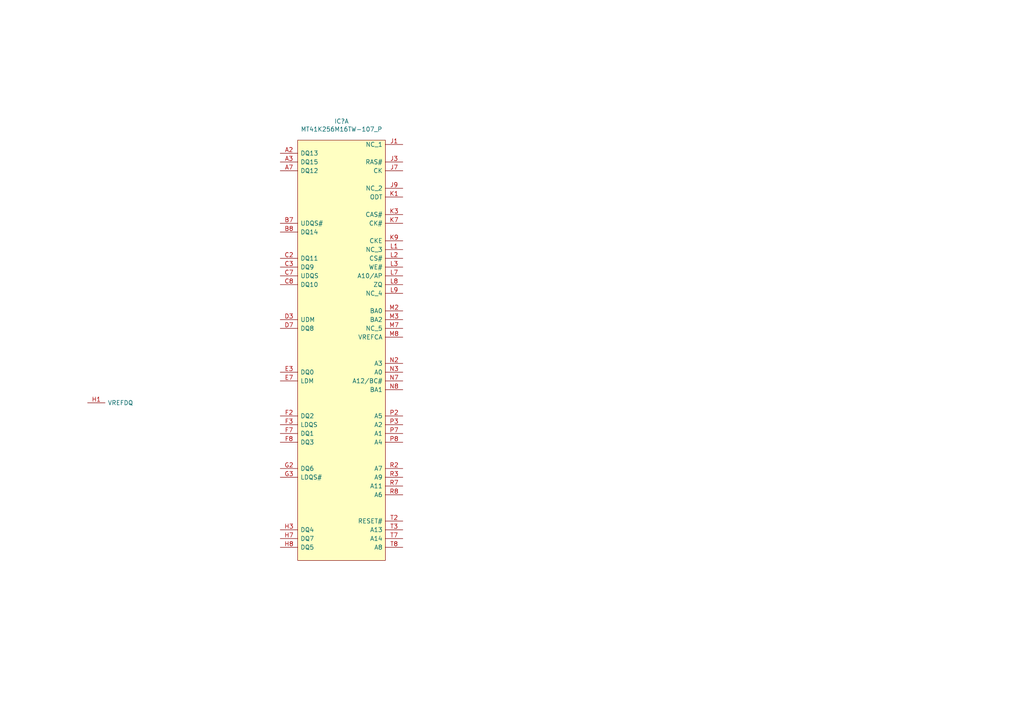
<source format=kicad_sch>
(kicad_sch (version 20231120) (generator "eeschema") (generator_version "8.0")
  (paper "A4")
  (lib_symbols
    (symbol "MT41K256M16TW-107_P:MT41K256M16TW-107_P" (pin_names (offset 0.762))
      (property "Reference" "IC" (at 31.75 7.62 0))
      (property "Value" "MT41K256M16TW-107_P" (at 31.75 5.08 0))
      (symbol "MT41K256M16TW-107_P_1_0"
        (pin passive line (at 0 -2.54 0) (length 5.08) (name "DQ13") (number "A2"))
        (pin passive line (at 0 -5.08 0) (length 5.08) (name "DQ15") (number "A3"))
        (pin passive line (at 0 -7.62 0) (length 5.08) (name "DQ12") (number "A7"))
        (pin passive line (at 0 -22.86 0) (length 5.08) (name "UDQS#") (number "B7"))
        (pin passive line (at 0 -25.4 0) (length 5.08) (name "DQ14") (number "B8"))
        (pin passive line (at 0 -33.02 0) (length 5.08) (name "DQ11") (number "C2"))
        (pin passive line (at 0 -35.56 0) (length 5.08) (name "DQ9") (number "C3"))
        (pin passive line (at 0 -38.1 0) (length 5.08) (name "UDQS") (number "C7"))
        (pin passive line (at 0 -40.64 0) (length 5.08) (name "DQ10") (number "C8"))
        (pin passive line (at 0 -50.8 0) (length 5.08) (name "UDM") (number "D3"))
        (pin passive line (at 0 -53.34 0) (length 5.08) (name "DQ8") (number "D7"))
        (pin passive line (at 0 -66.04 0) (length 5.08) (name "DQ0") (number "E3"))
        (pin passive line (at 0 -68.58 0) (length 5.08) (name "LDM") (number "E7"))
        (pin passive line (at 0 -78.74 0) (length 5.08) (name "DQ2") (number "F2"))
        (pin passive line (at 0 -81.28 0) (length 5.08) (name "LDQS") (number "F3"))
        (pin passive line (at 0 -83.82 0) (length 5.08) (name "DQ1") (number "F7"))
        (pin passive line (at 0 -86.36 0) (length 5.08) (name "DQ3") (number "F8"))
        (pin passive line (at 0 -93.98 0) (length 5.08) (name "DQ6") (number "G2"))
        (pin passive line (at 0 -96.52 0) (length 5.08) (name "LDQS#") (number "G3"))
        (pin passive line (at -55.88 -74.93 0) (length 5.08) (name "VREFDQ") (number "H1"))
        (pin passive line (at 0 -111.76 0) (length 5.08) (name "DQ4") (number "H3"))
        (pin passive line (at 0 -114.3 0) (length 5.08) (name "DQ7") (number "H7"))
        (pin passive line (at 0 -116.84 0) (length 5.08) (name "DQ5") (number "H8"))
        (pin passive line (at 35.56 0 180) (length 5.08) (name "NC_1") (number "J1"))
        (pin passive line (at 35.56 -5.08 180) (length 5.08) (name "RAS#") (number "J3"))
        (pin passive line (at 35.56 -7.62 180) (length 5.08) (name "CK") (number "J7"))
        (pin passive line (at 35.56 -12.7 180) (length 5.08) (name "NC_2") (number "J9"))
        (pin passive line (at 35.56 -15.24 180) (length 5.08) (name "ODT") (number "K1"))
        (pin passive line (at 35.56 -20.32 180) (length 5.08) (name "CAS#") (number "K3"))
        (pin passive line (at 35.56 -22.86 180) (length 5.08) (name "CK#") (number "K7"))
        (pin passive line (at 35.56 -27.94 180) (length 5.08) (name "CKE") (number "K9"))
        (pin passive line (at 35.56 -30.48 180) (length 5.08) (name "NC_3") (number "L1"))
        (pin passive line (at 35.56 -33.02 180) (length 5.08) (name "CS#") (number "L2"))
        (pin passive line (at 35.56 -35.56 180) (length 5.08) (name "WE#") (number "L3"))
        (pin passive line (at 35.56 -38.1 180) (length 5.08) (name "A10/AP") (number "L7"))
        (pin passive line (at 35.56 -40.64 180) (length 5.08) (name "ZQ") (number "L8"))
        (pin passive line (at 35.56 -43.18 180) (length 5.08) (name "NC_4") (number "L9"))
        (pin passive line (at 35.56 -48.26 180) (length 5.08) (name "BA0") (number "M2"))
        (pin passive line (at 35.56 -50.8 180) (length 5.08) (name "BA2") (number "M3"))
        (pin passive line (at 35.56 -53.34 180) (length 5.08) (name "NC_5") (number "M7"))
        (pin passive line (at 35.56 -55.88 180) (length 5.08) (name "VREFCA") (number "M8"))
        (pin passive line (at 35.56 -63.5 180) (length 5.08) (name "A3") (number "N2"))
        (pin passive line (at 35.56 -66.04 180) (length 5.08) (name "A0") (number "N3"))
        (pin passive line (at 35.56 -68.58 180) (length 5.08) (name "A12/BC#") (number "N7"))
        (pin passive line (at 35.56 -71.12 180) (length 5.08) (name "BA1") (number "N8"))
        (pin passive line (at 35.56 -78.74 180) (length 5.08) (name "A5") (number "P2"))
        (pin passive line (at 35.56 -81.28 180) (length 5.08) (name "A2") (number "P3"))
        (pin passive line (at 35.56 -83.82 180) (length 5.08) (name "A1") (number "P7"))
        (pin passive line (at 35.56 -86.36 180) (length 5.08) (name "A4") (number "P8"))
        (pin passive line (at 35.56 -93.98 180) (length 5.08) (name "A7") (number "R2"))
        (pin passive line (at 35.56 -96.52 180) (length 5.08) (name "A9") (number "R3"))
        (pin passive line (at 35.56 -99.06 180) (length 5.08) (name "A11") (number "R7"))
        (pin passive line (at 35.56 -101.6 180) (length 5.08) (name "A6") (number "R8"))
        (pin passive line (at 35.56 -109.22 180) (length 5.08) (name "RESET#") (number "T2"))
        (pin passive line (at 35.56 -111.76 180) (length 5.08) (name "A13") (number "T3"))
        (pin passive line (at 35.56 -114.3 180) (length 5.08) (name "A14") (number "T7"))
        (pin passive line (at 35.56 -116.84 180) (length 5.08) (name "A8") (number "T8"))
      )
      (symbol "MT41K256M16TW-107_P_1_1"
        (rectangle (start 5.08 1.27) (end 30.48 -120.65) (fill (type background)))
      )
      (symbol "MT41K256M16TW-107_P_2_0"
        (pin passive line (at 35.56 -1.27 180) (length 5.08) (name "VDDQ_1") (number "A1"))
        (pin passive line (at 35.56 -3.81 180) (length 5.08) (name "VDDQ_2") (number "A8"))
        (pin passive line (at 0 -29.21 0) (length 5.08) (name "VSS_1") (number "A9"))
        (pin passive line (at 35.56 -29.21 180) (length 5.08) (name "VSSQ_1") (number "B1"))
        (pin passive line (at 0 -1.27 0) (length 5.08) (name "VDD_1") (number "B2"))
        (pin passive line (at 0 -31.75 0) (length 5.08) (name "VSS_2") (number "B3"))
        (pin passive line (at 35.56 -31.75 180) (length 5.08) (name "VSSQ_2") (number "B9"))
        (pin passive line (at 35.56 -6.35 180) (length 5.08) (name "VDDQ_3") (number "C1"))
        (pin passive line (at 35.56 -8.89 180) (length 5.08) (name "VDDQ_4") (number "C9"))
        (pin passive line (at 35.56 -34.29 180) (length 5.08) (name "VSSQ_3") (number "D1"))
        (pin passive line (at 35.56 -11.43 180) (length 5.08) (name "VDDQ_5") (number "D2"))
        (pin passive line (at 35.56 -36.83 180) (length 5.08) (name "VSSQ_4") (number "D8"))
        (pin passive line (at 0 -3.81 0) (length 5.08) (name "VDD_2") (number "D9"))
        (pin passive line (at 0 -34.29 0) (length 5.08) (name "VSS_3") (number "E1"))
        (pin passive line (at 35.56 -39.37 180) (length 5.08) (name "VSSQ_5") (number "E2"))
        (pin passive line (at 35.56 -41.91 180) (length 5.08) (name "VSSQ_6") (number "E8"))
        (pin passive line (at 35.56 -13.97 180) (length 5.08) (name "VDDQ_6") (number "E9"))
        (pin passive line (at 35.56 -16.51 180) (length 5.08) (name "VDDQ_7") (number "F1"))
        (pin passive line (at 35.56 -44.45 180) (length 5.08) (name "VSSQ_7") (number "F9"))
        (pin passive line (at 35.56 -46.99 180) (length 5.08) (name "VSSQ_8") (number "G1"))
        (pin passive line (at 0 -6.35 0) (length 5.08) (name "VDD_3") (number "G7"))
        (pin passive line (at 0 -36.83 0) (length 5.08) (name "VSS_4") (number "G8"))
        (pin passive line (at 35.56 -49.53 180) (length 5.08) (name "VSSQ_9") (number "G9"))
        (pin passive line (at 35.56 -19.05 180) (length 5.08) (name "VDDQ_8") (number "H2"))
        (pin passive line (at 35.56 -21.59 180) (length 5.08) (name "VDDQ_9") (number "H9"))
        (pin passive line (at 0 -39.37 0) (length 5.08) (name "VSS_5") (number "J2"))
        (pin passive line (at 0 -41.91 0) (length 5.08) (name "VSS_6") (number "J8"))
        (pin passive line (at 0 -8.89 0) (length 5.08) (name "VDD_4") (number "K2"))
        (pin passive line (at 0 -11.43 0) (length 5.08) (name "VDD_5") (number "K8"))
        (pin passive line (at 0 -44.45 0) (length 5.08) (name "VSS_7") (number "M1"))
        (pin passive line (at 0 -46.99 0) (length 5.08) (name "VSS_8") (number "M9"))
        (pin passive line (at 0 -13.97 0) (length 5.08) (name "VDD_6") (number "N1"))
        (pin passive line (at 0 -16.51 0) (length 5.08) (name "VDD_7") (number "N9"))
        (pin passive line (at 0 -49.53 0) (length 5.08) (name "VSS_9") (number "P1"))
        (pin passive line (at 0 -52.07 0) (length 5.08) (name "VSS_10") (number "P9"))
        (pin passive line (at 0 -19.05 0) (length 5.08) (name "VDD_8") (number "R1"))
        (pin passive line (at 0 -21.59 0) (length 5.08) (name "VDD_9") (number "R9"))
        (pin passive line (at 0 -54.61 0) (length 5.08) (name "VSS_11") (number "T1"))
        (pin passive line (at 0 -57.15 0) (length 5.08) (name "VSS_12") (number "T9"))
      )
      (symbol "MT41K256M16TW-107_P_2_1"
        (rectangle (start 5.08 2.54) (end 30.48 -60.96) (fill (type background)))
      )
    )
  )
  (symbol (lib_id "MT41K256M16TW-107_P:MT41K256M16TW-107_P") (at 81.28 41.91 0) (unit 1)
    (property "Reference" "IC?" (at 99.06 35.179 0))
    (property "Value" "MT41K256M16TW-107_P" (at 99.06 37.4904 0))
    (property "Footprint" "BGA96C80P9X16_800X1400X120" (effects (hide yes)))
    (property "Datasheet" "https://datasheet.datasheetarchive.com/originals/distributors/DKDS42/DSANUWW0045409.pdf" (effects (hide yes)))
    (property "Description" "MICRON - MT41K256M16TW-107:P - SDRAM, 256M X 16BIT, 0 TO 95DEG C" (effects (hide yes)))
    (property "Height" "1.2" (effects (hide yes)))
    (property "Mouser Part Number" "340-265846-TRAY" (effects (hide yes)))
    (property "Mouser Price/Stock" "https://www.mouser.co.uk/ProductDetail/Micron/MT41K256M16TW-107P?qs=rrS6PyfT74eHnbmAfGvzkQ%3D%3D" (effects (hide yes)))
    (property "Manufacturer_Name" "Micron" (effects (hide yes)))
    (property "Manufacturer_Part_Number" "MT41K256M16TW-107:P" (effects (hide yes)))
    (property "Description_1" "MICRON - MT41K256M16TW-107:P - SDRAM, 256M X 16BIT, 0 TO 95DEG C" (effects (hide yes)))
  )
)
</source>
